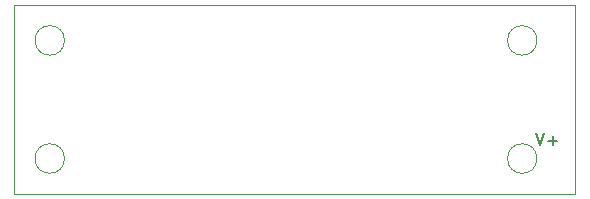
<source format=gbr>
%TF.GenerationSoftware,KiCad,Pcbnew,8.0.4*%
%TF.CreationDate,2024-08-25T20:43:33+02:00*%
%TF.ProjectId,PlayerMusic-VolumePCB,506c6179-6572-44d7-9573-69632d566f6c,rev?*%
%TF.SameCoordinates,Original*%
%TF.FileFunction,Profile,NP*%
%FSLAX46Y46*%
G04 Gerber Fmt 4.6, Leading zero omitted, Abs format (unit mm)*
G04 Created by KiCad (PCBNEW 8.0.4) date 2024-08-25 20:43:33*
%MOMM*%
%LPD*%
G01*
G04 APERTURE LIST*
%TA.AperFunction,Profile*%
%ADD10C,0.050000*%
%TD*%
%ADD11C,0.150000*%
G04 APERTURE END LIST*
D10*
X0Y0D02*
X47500000Y0D01*
X47500000Y-16000000D01*
X0Y-16000000D01*
X0Y0D01*
X4250000Y-13000000D02*
G75*
G02*
X1750000Y-13000000I-1250000J0D01*
G01*
X1750000Y-13000000D02*
G75*
G02*
X4250000Y-13000000I1250000J0D01*
G01*
X44250000Y-13000000D02*
G75*
G02*
X41750000Y-13000000I-1250000J0D01*
G01*
X41750000Y-13000000D02*
G75*
G02*
X44250000Y-13000000I1250000J0D01*
G01*
X4250000Y-3000000D02*
G75*
G02*
X1750000Y-3000000I-1250000J0D01*
G01*
X1750000Y-3000000D02*
G75*
G02*
X4250000Y-3000000I1250000J0D01*
G01*
X44250000Y-3000000D02*
G75*
G02*
X41750000Y-3000000I-1250000J0D01*
G01*
X41750000Y-3000000D02*
G75*
G02*
X44250000Y-3000000I1250000J0D01*
G01*
D11*
X44193922Y-10869819D02*
X44527255Y-11869819D01*
X44527255Y-11869819D02*
X44860588Y-10869819D01*
X45193922Y-11488866D02*
X45955827Y-11488866D01*
X45574874Y-11869819D02*
X45574874Y-11107914D01*
M02*

</source>
